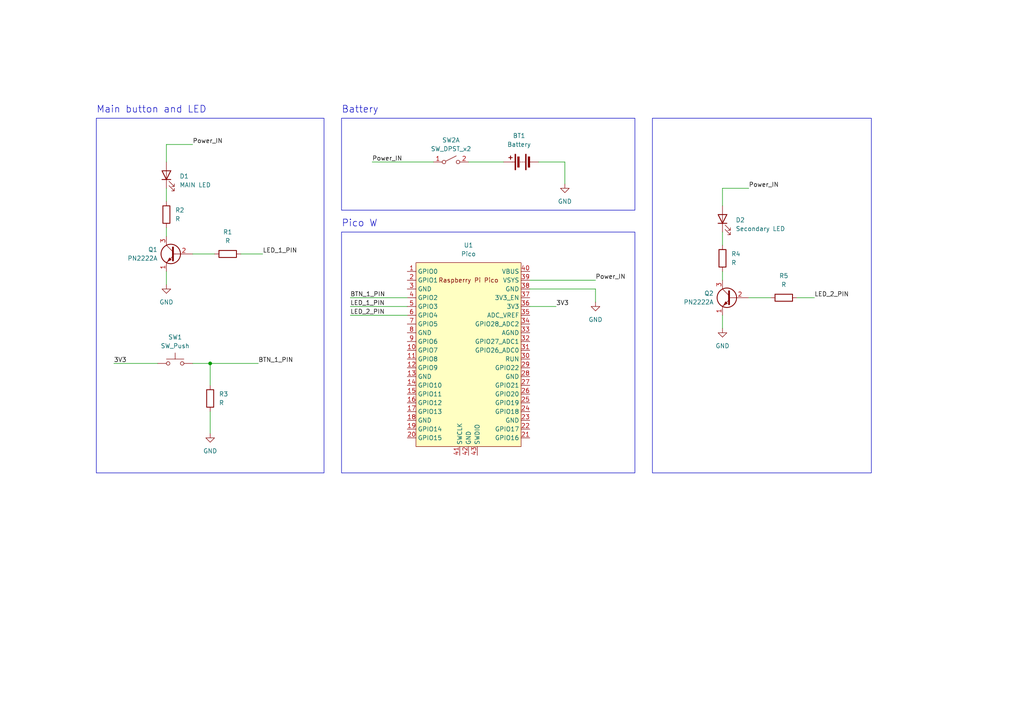
<source format=kicad_sch>
(kicad_sch (version 20230121) (generator eeschema)

  (uuid b20aba3d-07b7-486b-8580-c6ac2d345481)

  (paper "A4")

  (title_block
    (title "Game Client")
    (date "2023-12-18")
    (comment 1 "Tauno Erik")
  )

  (lib_symbols
    (symbol "Device:Battery" (pin_numbers hide) (pin_names (offset 0) hide) (in_bom yes) (on_board yes)
      (property "Reference" "BT" (at 2.54 2.54 0)
        (effects (font (size 1.27 1.27)) (justify left))
      )
      (property "Value" "Battery" (at 2.54 0 0)
        (effects (font (size 1.27 1.27)) (justify left))
      )
      (property "Footprint" "" (at 0 1.524 90)
        (effects (font (size 1.27 1.27)) hide)
      )
      (property "Datasheet" "~" (at 0 1.524 90)
        (effects (font (size 1.27 1.27)) hide)
      )
      (property "ki_keywords" "batt voltage-source cell" (at 0 0 0)
        (effects (font (size 1.27 1.27)) hide)
      )
      (property "ki_description" "Multiple-cell battery" (at 0 0 0)
        (effects (font (size 1.27 1.27)) hide)
      )
      (symbol "Battery_0_1"
        (rectangle (start -2.286 -1.27) (end 2.286 -1.524)
          (stroke (width 0) (type default))
          (fill (type outline))
        )
        (rectangle (start -2.286 1.778) (end 2.286 1.524)
          (stroke (width 0) (type default))
          (fill (type outline))
        )
        (rectangle (start -1.524 -2.032) (end 1.524 -2.54)
          (stroke (width 0) (type default))
          (fill (type outline))
        )
        (rectangle (start -1.524 1.016) (end 1.524 0.508)
          (stroke (width 0) (type default))
          (fill (type outline))
        )
        (polyline
          (pts
            (xy 0 -1.016)
            (xy 0 -0.762)
          )
          (stroke (width 0) (type default))
          (fill (type none))
        )
        (polyline
          (pts
            (xy 0 -0.508)
            (xy 0 -0.254)
          )
          (stroke (width 0) (type default))
          (fill (type none))
        )
        (polyline
          (pts
            (xy 0 0)
            (xy 0 0.254)
          )
          (stroke (width 0) (type default))
          (fill (type none))
        )
        (polyline
          (pts
            (xy 0 1.778)
            (xy 0 2.54)
          )
          (stroke (width 0) (type default))
          (fill (type none))
        )
        (polyline
          (pts
            (xy 0.762 3.048)
            (xy 1.778 3.048)
          )
          (stroke (width 0.254) (type default))
          (fill (type none))
        )
        (polyline
          (pts
            (xy 1.27 3.556)
            (xy 1.27 2.54)
          )
          (stroke (width 0.254) (type default))
          (fill (type none))
        )
      )
      (symbol "Battery_1_1"
        (pin passive line (at 0 5.08 270) (length 2.54)
          (name "+" (effects (font (size 1.27 1.27))))
          (number "1" (effects (font (size 1.27 1.27))))
        )
        (pin passive line (at 0 -5.08 90) (length 2.54)
          (name "-" (effects (font (size 1.27 1.27))))
          (number "2" (effects (font (size 1.27 1.27))))
        )
      )
    )
    (symbol "Device:LED" (pin_numbers hide) (pin_names (offset 1.016) hide) (in_bom yes) (on_board yes)
      (property "Reference" "D" (at 0 2.54 0)
        (effects (font (size 1.27 1.27)))
      )
      (property "Value" "LED" (at 0 -2.54 0)
        (effects (font (size 1.27 1.27)))
      )
      (property "Footprint" "" (at 0 0 0)
        (effects (font (size 1.27 1.27)) hide)
      )
      (property "Datasheet" "~" (at 0 0 0)
        (effects (font (size 1.27 1.27)) hide)
      )
      (property "ki_keywords" "LED diode" (at 0 0 0)
        (effects (font (size 1.27 1.27)) hide)
      )
      (property "ki_description" "Light emitting diode" (at 0 0 0)
        (effects (font (size 1.27 1.27)) hide)
      )
      (property "ki_fp_filters" "LED* LED_SMD:* LED_THT:*" (at 0 0 0)
        (effects (font (size 1.27 1.27)) hide)
      )
      (symbol "LED_0_1"
        (polyline
          (pts
            (xy -1.27 -1.27)
            (xy -1.27 1.27)
          )
          (stroke (width 0.254) (type default))
          (fill (type none))
        )
        (polyline
          (pts
            (xy -1.27 0)
            (xy 1.27 0)
          )
          (stroke (width 0) (type default))
          (fill (type none))
        )
        (polyline
          (pts
            (xy 1.27 -1.27)
            (xy 1.27 1.27)
            (xy -1.27 0)
            (xy 1.27 -1.27)
          )
          (stroke (width 0.254) (type default))
          (fill (type none))
        )
        (polyline
          (pts
            (xy -3.048 -0.762)
            (xy -4.572 -2.286)
            (xy -3.81 -2.286)
            (xy -4.572 -2.286)
            (xy -4.572 -1.524)
          )
          (stroke (width 0) (type default))
          (fill (type none))
        )
        (polyline
          (pts
            (xy -1.778 -0.762)
            (xy -3.302 -2.286)
            (xy -2.54 -2.286)
            (xy -3.302 -2.286)
            (xy -3.302 -1.524)
          )
          (stroke (width 0) (type default))
          (fill (type none))
        )
      )
      (symbol "LED_1_1"
        (pin passive line (at -3.81 0 0) (length 2.54)
          (name "K" (effects (font (size 1.27 1.27))))
          (number "1" (effects (font (size 1.27 1.27))))
        )
        (pin passive line (at 3.81 0 180) (length 2.54)
          (name "A" (effects (font (size 1.27 1.27))))
          (number "2" (effects (font (size 1.27 1.27))))
        )
      )
    )
    (symbol "Device:R" (pin_numbers hide) (pin_names (offset 0)) (in_bom yes) (on_board yes)
      (property "Reference" "R" (at 2.032 0 90)
        (effects (font (size 1.27 1.27)))
      )
      (property "Value" "R" (at 0 0 90)
        (effects (font (size 1.27 1.27)))
      )
      (property "Footprint" "" (at -1.778 0 90)
        (effects (font (size 1.27 1.27)) hide)
      )
      (property "Datasheet" "~" (at 0 0 0)
        (effects (font (size 1.27 1.27)) hide)
      )
      (property "ki_keywords" "R res resistor" (at 0 0 0)
        (effects (font (size 1.27 1.27)) hide)
      )
      (property "ki_description" "Resistor" (at 0 0 0)
        (effects (font (size 1.27 1.27)) hide)
      )
      (property "ki_fp_filters" "R_*" (at 0 0 0)
        (effects (font (size 1.27 1.27)) hide)
      )
      (symbol "R_0_1"
        (rectangle (start -1.016 -2.54) (end 1.016 2.54)
          (stroke (width 0.254) (type default))
          (fill (type none))
        )
      )
      (symbol "R_1_1"
        (pin passive line (at 0 3.81 270) (length 1.27)
          (name "~" (effects (font (size 1.27 1.27))))
          (number "1" (effects (font (size 1.27 1.27))))
        )
        (pin passive line (at 0 -3.81 90) (length 1.27)
          (name "~" (effects (font (size 1.27 1.27))))
          (number "2" (effects (font (size 1.27 1.27))))
        )
      )
    )
    (symbol "MCU_RaspberryPi_and_Boards:Pico" (in_bom yes) (on_board yes)
      (property "Reference" "U" (at -13.97 27.94 0)
        (effects (font (size 1.27 1.27)))
      )
      (property "Value" "Pico" (at 0 19.05 0)
        (effects (font (size 1.27 1.27)))
      )
      (property "Footprint" "RPi_Pico:RPi_Pico_SMD_TH" (at 0 0 90)
        (effects (font (size 1.27 1.27)) hide)
      )
      (property "Datasheet" "" (at 0 0 0)
        (effects (font (size 1.27 1.27)) hide)
      )
      (symbol "Pico_0_0"
        (text "Raspberry Pi Pico" (at 0 21.59 0)
          (effects (font (size 1.27 1.27)))
        )
      )
      (symbol "Pico_0_1"
        (rectangle (start -15.24 26.67) (end 15.24 -26.67)
          (stroke (width 0) (type default))
          (fill (type background))
        )
      )
      (symbol "Pico_1_1"
        (pin bidirectional line (at -17.78 24.13 0) (length 2.54)
          (name "GPIO0" (effects (font (size 1.27 1.27))))
          (number "1" (effects (font (size 1.27 1.27))))
        )
        (pin bidirectional line (at -17.78 1.27 0) (length 2.54)
          (name "GPIO7" (effects (font (size 1.27 1.27))))
          (number "10" (effects (font (size 1.27 1.27))))
        )
        (pin bidirectional line (at -17.78 -1.27 0) (length 2.54)
          (name "GPIO8" (effects (font (size 1.27 1.27))))
          (number "11" (effects (font (size 1.27 1.27))))
        )
        (pin bidirectional line (at -17.78 -3.81 0) (length 2.54)
          (name "GPIO9" (effects (font (size 1.27 1.27))))
          (number "12" (effects (font (size 1.27 1.27))))
        )
        (pin power_in line (at -17.78 -6.35 0) (length 2.54)
          (name "GND" (effects (font (size 1.27 1.27))))
          (number "13" (effects (font (size 1.27 1.27))))
        )
        (pin bidirectional line (at -17.78 -8.89 0) (length 2.54)
          (name "GPIO10" (effects (font (size 1.27 1.27))))
          (number "14" (effects (font (size 1.27 1.27))))
        )
        (pin bidirectional line (at -17.78 -11.43 0) (length 2.54)
          (name "GPIO11" (effects (font (size 1.27 1.27))))
          (number "15" (effects (font (size 1.27 1.27))))
        )
        (pin bidirectional line (at -17.78 -13.97 0) (length 2.54)
          (name "GPIO12" (effects (font (size 1.27 1.27))))
          (number "16" (effects (font (size 1.27 1.27))))
        )
        (pin bidirectional line (at -17.78 -16.51 0) (length 2.54)
          (name "GPIO13" (effects (font (size 1.27 1.27))))
          (number "17" (effects (font (size 1.27 1.27))))
        )
        (pin power_in line (at -17.78 -19.05 0) (length 2.54)
          (name "GND" (effects (font (size 1.27 1.27))))
          (number "18" (effects (font (size 1.27 1.27))))
        )
        (pin bidirectional line (at -17.78 -21.59 0) (length 2.54)
          (name "GPIO14" (effects (font (size 1.27 1.27))))
          (number "19" (effects (font (size 1.27 1.27))))
        )
        (pin bidirectional line (at -17.78 21.59 0) (length 2.54)
          (name "GPIO1" (effects (font (size 1.27 1.27))))
          (number "2" (effects (font (size 1.27 1.27))))
        )
        (pin bidirectional line (at -17.78 -24.13 0) (length 2.54)
          (name "GPIO15" (effects (font (size 1.27 1.27))))
          (number "20" (effects (font (size 1.27 1.27))))
        )
        (pin bidirectional line (at 17.78 -24.13 180) (length 2.54)
          (name "GPIO16" (effects (font (size 1.27 1.27))))
          (number "21" (effects (font (size 1.27 1.27))))
        )
        (pin bidirectional line (at 17.78 -21.59 180) (length 2.54)
          (name "GPIO17" (effects (font (size 1.27 1.27))))
          (number "22" (effects (font (size 1.27 1.27))))
        )
        (pin power_in line (at 17.78 -19.05 180) (length 2.54)
          (name "GND" (effects (font (size 1.27 1.27))))
          (number "23" (effects (font (size 1.27 1.27))))
        )
        (pin bidirectional line (at 17.78 -16.51 180) (length 2.54)
          (name "GPIO18" (effects (font (size 1.27 1.27))))
          (number "24" (effects (font (size 1.27 1.27))))
        )
        (pin bidirectional line (at 17.78 -13.97 180) (length 2.54)
          (name "GPIO19" (effects (font (size 1.27 1.27))))
          (number "25" (effects (font (size 1.27 1.27))))
        )
        (pin bidirectional line (at 17.78 -11.43 180) (length 2.54)
          (name "GPIO20" (effects (font (size 1.27 1.27))))
          (number "26" (effects (font (size 1.27 1.27))))
        )
        (pin bidirectional line (at 17.78 -8.89 180) (length 2.54)
          (name "GPIO21" (effects (font (size 1.27 1.27))))
          (number "27" (effects (font (size 1.27 1.27))))
        )
        (pin power_in line (at 17.78 -6.35 180) (length 2.54)
          (name "GND" (effects (font (size 1.27 1.27))))
          (number "28" (effects (font (size 1.27 1.27))))
        )
        (pin bidirectional line (at 17.78 -3.81 180) (length 2.54)
          (name "GPIO22" (effects (font (size 1.27 1.27))))
          (number "29" (effects (font (size 1.27 1.27))))
        )
        (pin power_in line (at -17.78 19.05 0) (length 2.54)
          (name "GND" (effects (font (size 1.27 1.27))))
          (number "3" (effects (font (size 1.27 1.27))))
        )
        (pin input line (at 17.78 -1.27 180) (length 2.54)
          (name "RUN" (effects (font (size 1.27 1.27))))
          (number "30" (effects (font (size 1.27 1.27))))
        )
        (pin bidirectional line (at 17.78 1.27 180) (length 2.54)
          (name "GPIO26_ADC0" (effects (font (size 1.27 1.27))))
          (number "31" (effects (font (size 1.27 1.27))))
        )
        (pin bidirectional line (at 17.78 3.81 180) (length 2.54)
          (name "GPIO27_ADC1" (effects (font (size 1.27 1.27))))
          (number "32" (effects (font (size 1.27 1.27))))
        )
        (pin power_in line (at 17.78 6.35 180) (length 2.54)
          (name "AGND" (effects (font (size 1.27 1.27))))
          (number "33" (effects (font (size 1.27 1.27))))
        )
        (pin bidirectional line (at 17.78 8.89 180) (length 2.54)
          (name "GPIO28_ADC2" (effects (font (size 1.27 1.27))))
          (number "34" (effects (font (size 1.27 1.27))))
        )
        (pin power_in line (at 17.78 11.43 180) (length 2.54)
          (name "ADC_VREF" (effects (font (size 1.27 1.27))))
          (number "35" (effects (font (size 1.27 1.27))))
        )
        (pin power_in line (at 17.78 13.97 180) (length 2.54)
          (name "3V3" (effects (font (size 1.27 1.27))))
          (number "36" (effects (font (size 1.27 1.27))))
        )
        (pin input line (at 17.78 16.51 180) (length 2.54)
          (name "3V3_EN" (effects (font (size 1.27 1.27))))
          (number "37" (effects (font (size 1.27 1.27))))
        )
        (pin bidirectional line (at 17.78 19.05 180) (length 2.54)
          (name "GND" (effects (font (size 1.27 1.27))))
          (number "38" (effects (font (size 1.27 1.27))))
        )
        (pin power_in line (at 17.78 21.59 180) (length 2.54)
          (name "VSYS" (effects (font (size 1.27 1.27))))
          (number "39" (effects (font (size 1.27 1.27))))
        )
        (pin bidirectional line (at -17.78 16.51 0) (length 2.54)
          (name "GPIO2" (effects (font (size 1.27 1.27))))
          (number "4" (effects (font (size 1.27 1.27))))
        )
        (pin power_in line (at 17.78 24.13 180) (length 2.54)
          (name "VBUS" (effects (font (size 1.27 1.27))))
          (number "40" (effects (font (size 1.27 1.27))))
        )
        (pin input line (at -2.54 -29.21 90) (length 2.54)
          (name "SWCLK" (effects (font (size 1.27 1.27))))
          (number "41" (effects (font (size 1.27 1.27))))
        )
        (pin power_in line (at 0 -29.21 90) (length 2.54)
          (name "GND" (effects (font (size 1.27 1.27))))
          (number "42" (effects (font (size 1.27 1.27))))
        )
        (pin bidirectional line (at 2.54 -29.21 90) (length 2.54)
          (name "SWDIO" (effects (font (size 1.27 1.27))))
          (number "43" (effects (font (size 1.27 1.27))))
        )
        (pin bidirectional line (at -17.78 13.97 0) (length 2.54)
          (name "GPIO3" (effects (font (size 1.27 1.27))))
          (number "5" (effects (font (size 1.27 1.27))))
        )
        (pin bidirectional line (at -17.78 11.43 0) (length 2.54)
          (name "GPIO4" (effects (font (size 1.27 1.27))))
          (number "6" (effects (font (size 1.27 1.27))))
        )
        (pin bidirectional line (at -17.78 8.89 0) (length 2.54)
          (name "GPIO5" (effects (font (size 1.27 1.27))))
          (number "7" (effects (font (size 1.27 1.27))))
        )
        (pin power_in line (at -17.78 6.35 0) (length 2.54)
          (name "GND" (effects (font (size 1.27 1.27))))
          (number "8" (effects (font (size 1.27 1.27))))
        )
        (pin bidirectional line (at -17.78 3.81 0) (length 2.54)
          (name "GPIO6" (effects (font (size 1.27 1.27))))
          (number "9" (effects (font (size 1.27 1.27))))
        )
      )
    )
    (symbol "Switch:SW_DPST_x2" (pin_names (offset 0) hide) (in_bom yes) (on_board yes)
      (property "Reference" "SW" (at 0 3.175 0)
        (effects (font (size 1.27 1.27)))
      )
      (property "Value" "SW_DPST_x2" (at 0 -2.54 0)
        (effects (font (size 1.27 1.27)))
      )
      (property "Footprint" "" (at 0 0 0)
        (effects (font (size 1.27 1.27)) hide)
      )
      (property "Datasheet" "~" (at 0 0 0)
        (effects (font (size 1.27 1.27)) hide)
      )
      (property "ki_keywords" "switch lever" (at 0 0 0)
        (effects (font (size 1.27 1.27)) hide)
      )
      (property "ki_description" "Single Pole Single Throw (SPST) switch, separate symbol" (at 0 0 0)
        (effects (font (size 1.27 1.27)) hide)
      )
      (symbol "SW_DPST_x2_0_0"
        (circle (center -2.032 0) (radius 0.508)
          (stroke (width 0) (type default))
          (fill (type none))
        )
        (polyline
          (pts
            (xy -1.524 0.254)
            (xy 1.524 1.778)
          )
          (stroke (width 0) (type default))
          (fill (type none))
        )
        (circle (center 2.032 0) (radius 0.508)
          (stroke (width 0) (type default))
          (fill (type none))
        )
      )
      (symbol "SW_DPST_x2_1_1"
        (pin passive line (at -5.08 0 0) (length 2.54)
          (name "A" (effects (font (size 1.27 1.27))))
          (number "1" (effects (font (size 1.27 1.27))))
        )
        (pin passive line (at 5.08 0 180) (length 2.54)
          (name "B" (effects (font (size 1.27 1.27))))
          (number "2" (effects (font (size 1.27 1.27))))
        )
      )
      (symbol "SW_DPST_x2_2_1"
        (pin passive line (at -5.08 0 0) (length 2.54)
          (name "A" (effects (font (size 1.27 1.27))))
          (number "3" (effects (font (size 1.27 1.27))))
        )
        (pin passive line (at 5.08 0 180) (length 2.54)
          (name "B" (effects (font (size 1.27 1.27))))
          (number "4" (effects (font (size 1.27 1.27))))
        )
      )
    )
    (symbol "Switch:SW_Push" (pin_numbers hide) (pin_names (offset 1.016) hide) (in_bom yes) (on_board yes)
      (property "Reference" "SW" (at 1.27 2.54 0)
        (effects (font (size 1.27 1.27)) (justify left))
      )
      (property "Value" "SW_Push" (at 0 -1.524 0)
        (effects (font (size 1.27 1.27)))
      )
      (property "Footprint" "" (at 0 5.08 0)
        (effects (font (size 1.27 1.27)) hide)
      )
      (property "Datasheet" "~" (at 0 5.08 0)
        (effects (font (size 1.27 1.27)) hide)
      )
      (property "ki_keywords" "switch normally-open pushbutton push-button" (at 0 0 0)
        (effects (font (size 1.27 1.27)) hide)
      )
      (property "ki_description" "Push button switch, generic, two pins" (at 0 0 0)
        (effects (font (size 1.27 1.27)) hide)
      )
      (symbol "SW_Push_0_1"
        (circle (center -2.032 0) (radius 0.508)
          (stroke (width 0) (type default))
          (fill (type none))
        )
        (polyline
          (pts
            (xy 0 1.27)
            (xy 0 3.048)
          )
          (stroke (width 0) (type default))
          (fill (type none))
        )
        (polyline
          (pts
            (xy 2.54 1.27)
            (xy -2.54 1.27)
          )
          (stroke (width 0) (type default))
          (fill (type none))
        )
        (circle (center 2.032 0) (radius 0.508)
          (stroke (width 0) (type default))
          (fill (type none))
        )
        (pin passive line (at -5.08 0 0) (length 2.54)
          (name "1" (effects (font (size 1.27 1.27))))
          (number "1" (effects (font (size 1.27 1.27))))
        )
        (pin passive line (at 5.08 0 180) (length 2.54)
          (name "2" (effects (font (size 1.27 1.27))))
          (number "2" (effects (font (size 1.27 1.27))))
        )
      )
    )
    (symbol "Transistor_BJT:PN2222A" (pin_names (offset 0) hide) (in_bom yes) (on_board yes)
      (property "Reference" "Q" (at 5.08 1.905 0)
        (effects (font (size 1.27 1.27)) (justify left))
      )
      (property "Value" "PN2222A" (at 5.08 0 0)
        (effects (font (size 1.27 1.27)) (justify left))
      )
      (property "Footprint" "Package_TO_SOT_THT:TO-92_Inline" (at 5.08 -1.905 0)
        (effects (font (size 1.27 1.27) italic) (justify left) hide)
      )
      (property "Datasheet" "https://www.onsemi.com/pub/Collateral/PN2222-D.PDF" (at 0 0 0)
        (effects (font (size 1.27 1.27)) (justify left) hide)
      )
      (property "ki_keywords" "NPN Transistor" (at 0 0 0)
        (effects (font (size 1.27 1.27)) hide)
      )
      (property "ki_description" "1A Ic, 40V Vce, NPN Transistor, General Purpose Transistor, TO-92" (at 0 0 0)
        (effects (font (size 1.27 1.27)) hide)
      )
      (property "ki_fp_filters" "TO?92*" (at 0 0 0)
        (effects (font (size 1.27 1.27)) hide)
      )
      (symbol "PN2222A_0_1"
        (polyline
          (pts
            (xy 0 0)
            (xy 0.635 0)
          )
          (stroke (width 0) (type default))
          (fill (type none))
        )
        (polyline
          (pts
            (xy 2.54 -2.54)
            (xy 0.635 -0.635)
          )
          (stroke (width 0) (type default))
          (fill (type none))
        )
        (polyline
          (pts
            (xy 2.54 2.54)
            (xy 0.635 0.635)
          )
          (stroke (width 0) (type default))
          (fill (type none))
        )
        (polyline
          (pts
            (xy 0.635 1.905)
            (xy 0.635 -1.905)
            (xy 0.635 -1.905)
          )
          (stroke (width 0.508) (type default))
          (fill (type none))
        )
        (polyline
          (pts
            (xy 2.413 -2.413)
            (xy 1.905 -1.905)
            (xy 1.905 -1.905)
          )
          (stroke (width 0) (type default))
          (fill (type none))
        )
        (polyline
          (pts
            (xy 1.143 -1.651)
            (xy 1.651 -1.143)
            (xy 2.159 -2.159)
            (xy 1.143 -1.651)
            (xy 1.143 -1.651)
          )
          (stroke (width 0) (type default))
          (fill (type outline))
        )
        (circle (center 1.27 0) (radius 2.8194)
          (stroke (width 0.254) (type default))
          (fill (type none))
        )
      )
      (symbol "PN2222A_1_1"
        (pin passive line (at 2.54 -5.08 90) (length 2.54)
          (name "E" (effects (font (size 1.27 1.27))))
          (number "1" (effects (font (size 1.27 1.27))))
        )
        (pin input line (at -5.08 0 0) (length 5.08)
          (name "B" (effects (font (size 1.27 1.27))))
          (number "2" (effects (font (size 1.27 1.27))))
        )
        (pin passive line (at 2.54 5.08 270) (length 2.54)
          (name "C" (effects (font (size 1.27 1.27))))
          (number "3" (effects (font (size 1.27 1.27))))
        )
      )
    )
    (symbol "power:GND" (power) (pin_names (offset 0)) (in_bom yes) (on_board yes)
      (property "Reference" "#PWR" (at 0 -6.35 0)
        (effects (font (size 1.27 1.27)) hide)
      )
      (property "Value" "GND" (at 0 -3.81 0)
        (effects (font (size 1.27 1.27)))
      )
      (property "Footprint" "" (at 0 0 0)
        (effects (font (size 1.27 1.27)) hide)
      )
      (property "Datasheet" "" (at 0 0 0)
        (effects (font (size 1.27 1.27)) hide)
      )
      (property "ki_keywords" "global power" (at 0 0 0)
        (effects (font (size 1.27 1.27)) hide)
      )
      (property "ki_description" "Power symbol creates a global label with name \"GND\" , ground" (at 0 0 0)
        (effects (font (size 1.27 1.27)) hide)
      )
      (symbol "GND_0_1"
        (polyline
          (pts
            (xy 0 0)
            (xy 0 -1.27)
            (xy 1.27 -1.27)
            (xy 0 -2.54)
            (xy -1.27 -1.27)
            (xy 0 -1.27)
          )
          (stroke (width 0) (type default))
          (fill (type none))
        )
      )
      (symbol "GND_1_1"
        (pin power_in line (at 0 0 270) (length 0) hide
          (name "GND" (effects (font (size 1.27 1.27))))
          (number "1" (effects (font (size 1.27 1.27))))
        )
      )
    )
  )

  (junction (at 60.96 105.41) (diameter 0) (color 0 0 0 0)
    (uuid 5a461719-0e63-40ca-b22a-70d75d2d8960)
  )

  (wire (pts (xy 153.67 81.28) (xy 172.72 81.28))
    (stroke (width 0) (type default))
    (uuid 02c644e4-ac66-4512-b911-7cdd7055df2e)
  )
  (wire (pts (xy 55.88 41.91) (xy 48.26 41.91))
    (stroke (width 0) (type default))
    (uuid 0502e95d-eb0b-4165-bb69-2dc35377ee97)
  )
  (wire (pts (xy 217.17 54.61) (xy 209.55 54.61))
    (stroke (width 0) (type default))
    (uuid 0b185c63-5c11-4f56-bbe2-5c2c029bf07d)
  )
  (wire (pts (xy 101.6 91.44) (xy 118.11 91.44))
    (stroke (width 0) (type default))
    (uuid 10a86dbb-2e48-4a3e-afc3-1936ffa8a8ed)
  )
  (wire (pts (xy 33.02 105.41) (xy 45.72 105.41))
    (stroke (width 0) (type default))
    (uuid 171e4d0b-2d84-4013-b37d-8b6aae2acab8)
  )
  (wire (pts (xy 217.17 86.36) (xy 223.52 86.36))
    (stroke (width 0) (type default))
    (uuid 258e14fb-916e-4ecb-881a-e74dcc3a370d)
  )
  (wire (pts (xy 69.85 73.66) (xy 76.2 73.66))
    (stroke (width 0) (type default))
    (uuid 2c3e8e73-c2e7-4136-8ff0-174b04f8314e)
  )
  (wire (pts (xy 209.55 78.74) (xy 209.55 81.28))
    (stroke (width 0) (type default))
    (uuid 3511f1f9-0046-458d-9800-5b653ed40709)
  )
  (wire (pts (xy 55.88 105.41) (xy 60.96 105.41))
    (stroke (width 0) (type default))
    (uuid 4377d55b-488e-4de6-b453-a8e9a76896a2)
  )
  (wire (pts (xy 48.26 41.91) (xy 48.26 46.99))
    (stroke (width 0) (type default))
    (uuid 4a8900c4-2b6b-461f-96fb-60c37b4ba4e8)
  )
  (wire (pts (xy 153.67 83.82) (xy 172.72 83.82))
    (stroke (width 0) (type default))
    (uuid 57caf54a-f38f-4b21-a1f7-71d6de15b0d8)
  )
  (wire (pts (xy 209.55 54.61) (xy 209.55 59.69))
    (stroke (width 0) (type default))
    (uuid 62eb698e-e421-48b5-8bd8-65793a76d906)
  )
  (wire (pts (xy 60.96 119.38) (xy 60.96 125.73))
    (stroke (width 0) (type default))
    (uuid 6a308f1b-48f7-4c3c-91ab-afc565ff257b)
  )
  (wire (pts (xy 172.72 83.82) (xy 172.72 87.63))
    (stroke (width 0) (type default))
    (uuid 74fe849e-2524-4cbf-bc88-9075c394f681)
  )
  (wire (pts (xy 153.67 88.9) (xy 161.29 88.9))
    (stroke (width 0) (type default))
    (uuid 818f8303-36c7-4530-a36a-0bd1402aa09d)
  )
  (wire (pts (xy 48.26 78.74) (xy 48.26 82.55))
    (stroke (width 0) (type default))
    (uuid 8381b3c3-e77d-4b48-ad99-5ef86dcf03d1)
  )
  (wire (pts (xy 231.14 86.36) (xy 236.22 86.36))
    (stroke (width 0) (type default))
    (uuid 873e0adb-7375-481e-b96e-1d4577fd84ee)
  )
  (wire (pts (xy 135.89 46.99) (xy 146.05 46.99))
    (stroke (width 0) (type default))
    (uuid 8819b544-6f91-4950-b389-95d33ebf0283)
  )
  (wire (pts (xy 55.88 73.66) (xy 62.23 73.66))
    (stroke (width 0) (type default))
    (uuid 8cefe7af-46ef-44a3-b5a1-758bd2cdabd4)
  )
  (wire (pts (xy 156.21 46.99) (xy 163.83 46.99))
    (stroke (width 0) (type default))
    (uuid 95ccdebd-c34f-405f-9170-ad0db4fe3a86)
  )
  (wire (pts (xy 48.26 66.04) (xy 48.26 68.58))
    (stroke (width 0) (type default))
    (uuid 988967d8-b2ca-4a93-9306-932eae818a19)
  )
  (wire (pts (xy 163.83 46.99) (xy 163.83 53.34))
    (stroke (width 0) (type default))
    (uuid 9a72757e-0226-4068-ba53-04598dcd3c22)
  )
  (wire (pts (xy 107.95 46.99) (xy 125.73 46.99))
    (stroke (width 0) (type default))
    (uuid a243b81a-a762-427c-9724-81841ad3a9b3)
  )
  (wire (pts (xy 60.96 105.41) (xy 74.93 105.41))
    (stroke (width 0) (type default))
    (uuid adf131b5-6ee2-497b-86f3-938822f15c0b)
  )
  (wire (pts (xy 60.96 105.41) (xy 60.96 111.76))
    (stroke (width 0) (type default))
    (uuid b15a51c2-21e6-4025-8325-66e1284faf63)
  )
  (wire (pts (xy 209.55 91.44) (xy 209.55 95.25))
    (stroke (width 0) (type default))
    (uuid b433fbb3-0ced-461b-aec1-5bcb0675badd)
  )
  (wire (pts (xy 48.26 54.61) (xy 48.26 58.42))
    (stroke (width 0) (type default))
    (uuid b78ae872-c648-4379-9c3c-c8b30a6e98e5)
  )
  (wire (pts (xy 209.55 67.31) (xy 209.55 71.12))
    (stroke (width 0) (type default))
    (uuid d59b67f3-025d-4a8a-969f-fdc9f09f4aea)
  )
  (wire (pts (xy 101.6 86.36) (xy 118.11 86.36))
    (stroke (width 0) (type default))
    (uuid de7ac5d7-fce0-49d6-b830-10ec06c3262d)
  )
  (wire (pts (xy 101.6 88.9) (xy 118.11 88.9))
    (stroke (width 0) (type default))
    (uuid ed3c0563-381d-4f1a-937d-f5118907ff98)
  )

  (rectangle (start 189.23 34.29) (end 252.73 137.16)
    (stroke (width 0) (type default))
    (fill (type none))
    (uuid 0666f68a-57b3-4996-9c01-6ee6f6be14da)
  )
  (rectangle (start 27.94 34.29) (end 93.98 137.16)
    (stroke (width 0) (type solid))
    (fill (type none))
    (uuid 3568b7c5-b3ba-4df0-98ba-2486cc4c8641)
  )
  (rectangle (start 99.06 67.31) (end 184.15 137.16)
    (stroke (width 0) (type solid))
    (fill (type none))
    (uuid 778ab2e2-5f17-4d93-a192-0deb28c1e628)
  )
  (rectangle (start 99.06 34.29) (end 184.15 60.96)
    (stroke (width 0) (type default))
    (fill (type none))
    (uuid da6bb2a4-37be-49b0-94b4-acf7593cf949)
  )

  (text "Main button and LED" (at 27.94 33.02 0)
    (effects (font (size 2 2)) (justify left bottom))
    (uuid 44f9a8a4-2055-4f6e-83b4-115b262af85e)
  )
  (text "Pico W" (at 99.06 66.04 0)
    (effects (font (size 2 2)) (justify left bottom))
    (uuid dcaa1b83-f644-4962-9dc7-aab558b356cd)
  )
  (text "Battery" (at 99.06 33.02 0)
    (effects (font (size 2 2)) (justify left bottom))
    (uuid fc5db6f7-90ac-4cec-930a-a8003e5ebcf8)
  )

  (label "Power_IN" (at 217.17 54.61 0) (fields_autoplaced)
    (effects (font (size 1.27 1.27)) (justify left bottom))
    (uuid 051fbba4-3e29-4695-83a0-c223aac437a2)
  )
  (label "Power_IN" (at 172.72 81.28 0) (fields_autoplaced)
    (effects (font (size 1.27 1.27)) (justify left bottom))
    (uuid 0d918014-e2ea-4806-823a-39ce704d4628)
  )
  (label "BTN_1_PIN" (at 101.6 86.36 0) (fields_autoplaced)
    (effects (font (size 1.27 1.27)) (justify left bottom))
    (uuid 1b8a905c-0a57-4318-bdf5-ba2bafa8b1f1)
  )
  (label "3V3" (at 161.29 88.9 0) (fields_autoplaced)
    (effects (font (size 1.27 1.27)) (justify left bottom))
    (uuid 39f90a54-be90-4f19-b68f-9aca93a809b5)
  )
  (label "Power_IN" (at 107.95 46.99 0) (fields_autoplaced)
    (effects (font (size 1.27 1.27)) (justify left bottom))
    (uuid 40727faf-fdfd-400b-bcb7-e387498ac2aa)
  )
  (label "LED_1_PIN" (at 101.6 88.9 0) (fields_autoplaced)
    (effects (font (size 1.27 1.27)) (justify left bottom))
    (uuid 7ee36a2c-6612-4c2b-a24f-a9d53566937e)
  )
  (label "3V3" (at 33.02 105.41 0) (fields_autoplaced)
    (effects (font (size 1.27 1.27)) (justify left bottom))
    (uuid 85b57f37-d4e1-48ac-a192-4f29652e5437)
  )
  (label "LED_1_PIN" (at 76.2 73.66 0) (fields_autoplaced)
    (effects (font (size 1.27 1.27)) (justify left bottom))
    (uuid 8d2ab530-edb4-43ce-a45a-c975dae577d7)
  )
  (label "Power_IN" (at 55.88 41.91 0) (fields_autoplaced)
    (effects (font (size 1.27 1.27)) (justify left bottom))
    (uuid c1de5b81-29dd-488b-8756-f8686478d62a)
  )
  (label "BTN_1_PIN" (at 74.93 105.41 0) (fields_autoplaced)
    (effects (font (size 1.27 1.27)) (justify left bottom))
    (uuid deca8501-b712-4c9b-8ddb-ef633be94814)
  )
  (label "LED_2_PIN" (at 236.22 86.36 0) (fields_autoplaced)
    (effects (font (size 1.27 1.27)) (justify left bottom))
    (uuid ee3e0741-4814-4435-b6ba-d52d649d6857)
  )
  (label "LED_2_PIN" (at 101.6 91.44 0) (fields_autoplaced)
    (effects (font (size 1.27 1.27)) (justify left bottom))
    (uuid f76488ac-bccf-4e6d-89a6-9b3d103657cd)
  )

  (symbol (lib_id "Device:R") (at 209.55 74.93 0) (unit 1)
    (in_bom yes) (on_board yes) (dnp no) (fields_autoplaced)
    (uuid 0d7afb35-fa83-425a-aa31-4d87a3440358)
    (property "Reference" "R4" (at 212.09 73.66 0)
      (effects (font (size 1.27 1.27)) (justify left))
    )
    (property "Value" "R" (at 212.09 76.2 0)
      (effects (font (size 1.27 1.27)) (justify left))
    )
    (property "Footprint" "" (at 207.772 74.93 90)
      (effects (font (size 1.27 1.27)) hide)
    )
    (property "Datasheet" "~" (at 209.55 74.93 0)
      (effects (font (size 1.27 1.27)) hide)
    )
    (pin "1" (uuid 10dac53c-a140-4431-b3ff-c5dbd8b9ea7e))
    (pin "2" (uuid e45f1511-9704-495a-b8fa-e17b608aaaf0))
    (instances
      (project "Buzzer-Client"
        (path "/b20aba3d-07b7-486b-8580-c6ac2d345481"
          (reference "R4") (unit 1)
        )
      )
    )
  )

  (symbol (lib_id "power:GND") (at 163.83 53.34 0) (unit 1)
    (in_bom yes) (on_board yes) (dnp no) (fields_autoplaced)
    (uuid 0e5072ca-2027-4cd6-987d-35f7bdf5eb74)
    (property "Reference" "#PWR03" (at 163.83 59.69 0)
      (effects (font (size 1.27 1.27)) hide)
    )
    (property "Value" "GND" (at 163.83 58.42 0)
      (effects (font (size 1.27 1.27)))
    )
    (property "Footprint" "" (at 163.83 53.34 0)
      (effects (font (size 1.27 1.27)) hide)
    )
    (property "Datasheet" "" (at 163.83 53.34 0)
      (effects (font (size 1.27 1.27)) hide)
    )
    (pin "1" (uuid 16136570-68fd-4ae9-851e-8a9f4cfb5f43))
    (instances
      (project "Buzzer-Client"
        (path "/b20aba3d-07b7-486b-8580-c6ac2d345481"
          (reference "#PWR03") (unit 1)
        )
      )
    )
  )

  (symbol (lib_id "power:GND") (at 60.96 125.73 0) (unit 1)
    (in_bom yes) (on_board yes) (dnp no) (fields_autoplaced)
    (uuid 1f6a10db-bce2-43a3-8dc1-9761bd219b8c)
    (property "Reference" "#PWR04" (at 60.96 132.08 0)
      (effects (font (size 1.27 1.27)) hide)
    )
    (property "Value" "GND" (at 60.96 130.81 0)
      (effects (font (size 1.27 1.27)))
    )
    (property "Footprint" "" (at 60.96 125.73 0)
      (effects (font (size 1.27 1.27)) hide)
    )
    (property "Datasheet" "" (at 60.96 125.73 0)
      (effects (font (size 1.27 1.27)) hide)
    )
    (pin "1" (uuid b3a4775c-bd6a-4ca3-8c74-4d7ae66ae6c8))
    (instances
      (project "Buzzer-Client"
        (path "/b20aba3d-07b7-486b-8580-c6ac2d345481"
          (reference "#PWR04") (unit 1)
        )
      )
    )
  )

  (symbol (lib_id "Device:R") (at 48.26 62.23 0) (unit 1)
    (in_bom yes) (on_board yes) (dnp no) (fields_autoplaced)
    (uuid 2ed39ce5-8ef2-44e4-9d2b-7adaacf50650)
    (property "Reference" "R2" (at 50.8 60.96 0)
      (effects (font (size 1.27 1.27)) (justify left))
    )
    (property "Value" "R" (at 50.8 63.5 0)
      (effects (font (size 1.27 1.27)) (justify left))
    )
    (property "Footprint" "" (at 46.482 62.23 90)
      (effects (font (size 1.27 1.27)) hide)
    )
    (property "Datasheet" "~" (at 48.26 62.23 0)
      (effects (font (size 1.27 1.27)) hide)
    )
    (pin "1" (uuid c26e8453-1d5c-4f24-aa9f-269c7b00e413))
    (pin "2" (uuid ac346409-df08-4993-8b2c-4b8946514b05))
    (instances
      (project "Buzzer-Client"
        (path "/b20aba3d-07b7-486b-8580-c6ac2d345481"
          (reference "R2") (unit 1)
        )
      )
    )
  )

  (symbol (lib_id "MCU_RaspberryPi_and_Boards:Pico") (at 135.89 102.87 0) (unit 1)
    (in_bom yes) (on_board yes) (dnp no) (fields_autoplaced)
    (uuid 49206f50-0771-42f0-b89a-28556a1e281d)
    (property "Reference" "U1" (at 135.89 71.12 0)
      (effects (font (size 1.27 1.27)))
    )
    (property "Value" "Pico" (at 135.89 73.66 0)
      (effects (font (size 1.27 1.27)))
    )
    (property "Footprint" "RPi_Pico:RPi_Pico_SMD_TH" (at 135.89 102.87 90)
      (effects (font (size 1.27 1.27)) hide)
    )
    (property "Datasheet" "" (at 135.89 102.87 0)
      (effects (font (size 1.27 1.27)) hide)
    )
    (pin "33" (uuid 47f971dd-b175-4477-b2c9-bd52095ca545))
    (pin "9" (uuid 8418f4c0-9797-45d5-80ad-12f11c3b614f))
    (pin "28" (uuid c7ed7ea8-8a29-4889-8e94-171838eacb15))
    (pin "31" (uuid 39391406-cd7b-49c7-98cd-c3edbee68eeb))
    (pin "3" (uuid a2bdf30e-ed96-4d0c-89d0-bfcb5e800e4e))
    (pin "10" (uuid eb159c66-a73b-4cd0-847c-59da37709ea4))
    (pin "35" (uuid 8a03b34a-b6fb-4be9-bf98-1bb746d19bf5))
    (pin "37" (uuid 4e87e02f-ef42-4ed1-84f9-284ed4438e91))
    (pin "20" (uuid a208b863-bdc6-44d3-a345-b2d45d3e6d41))
    (pin "14" (uuid 9e18693f-8953-44f9-b66d-91c02eda227d))
    (pin "2" (uuid 59088b68-3fa1-4fb8-a2ab-0ed66366f250))
    (pin "36" (uuid 5a4424b0-ee2f-4b4b-8829-f242e3995819))
    (pin "5" (uuid 0d7336c3-d8f8-48fe-a44b-d86c603ffb48))
    (pin "26" (uuid 4cf1565e-7e7d-4063-baf0-b07cedda72c3))
    (pin "24" (uuid 382ae016-d2b7-405d-b24a-d7dda7efbafd))
    (pin "34" (uuid 85c420e1-bed9-4245-903f-6d72876e6ee9))
    (pin "16" (uuid 8abe7c5c-3f7f-49f3-8d34-f9a1dd021cef))
    (pin "17" (uuid 45a02a36-81c3-4793-9a54-84c21d379ad4))
    (pin "15" (uuid fee76a8c-7d38-4856-b80b-2f464d05cd5b))
    (pin "25" (uuid ac7d46a1-8478-41a7-ba68-e3c9bcfbfdcc))
    (pin "4" (uuid 0489d450-10bb-47de-8780-2ae0fd75b06b))
    (pin "38" (uuid 16d6e63f-e8d8-4851-a047-6b7319aad465))
    (pin "13" (uuid ed8a3cd7-1fc8-4438-be5e-617ab4e22697))
    (pin "43" (uuid eb0e75ab-4864-48ac-a604-268e51551995))
    (pin "27" (uuid 94b80067-b42a-4751-a014-e8a335ad0cd2))
    (pin "6" (uuid b4babc99-0ab9-425e-b9d5-f3ff4b927139))
    (pin "18" (uuid 3eda4e97-3cd7-41a8-8650-c76ea2df2a5d))
    (pin "22" (uuid 7c07964f-ec47-449a-8041-8f051055f39f))
    (pin "40" (uuid 7a8bf835-ed29-4adf-99d0-5fcb071e7550))
    (pin "42" (uuid ba9b0d63-6141-4712-bb32-bff4a7aca154))
    (pin "19" (uuid 09beba63-813a-48b5-a222-77005a05c6ba))
    (pin "1" (uuid 1fd8b9fe-407c-48b3-982b-6568e457e565))
    (pin "11" (uuid 54068f2f-5fac-41fc-990b-24b98f514bc2))
    (pin "21" (uuid be63da0b-3ee7-4a39-b5cd-831e3bded8b9))
    (pin "39" (uuid 67eab15f-9f17-4d59-a368-73101ea8c927))
    (pin "7" (uuid 6103a0db-3588-426f-8948-000168f19a86))
    (pin "32" (uuid 9a3265ba-a231-4ef9-8c21-40d2cd80dc1d))
    (pin "41" (uuid 9c536cfc-b35b-4727-9871-0dd76b830749))
    (pin "29" (uuid 11d9f810-50f9-41d2-b5e4-d8b8117eebab))
    (pin "8" (uuid 2cee7e89-0af0-4b4e-b253-77043609adb3))
    (pin "30" (uuid 94e151b1-59fa-4dd3-97e6-4601b9fa76b0))
    (pin "12" (uuid 8712264c-238c-4291-b00a-c2725805b79d))
    (pin "23" (uuid db9454bf-0055-4e49-a5bd-43ae67e7261c))
    (instances
      (project "Buzzer-Client"
        (path "/b20aba3d-07b7-486b-8580-c6ac2d345481"
          (reference "U1") (unit 1)
        )
      )
    )
  )

  (symbol (lib_id "Device:R") (at 66.04 73.66 270) (unit 1)
    (in_bom yes) (on_board yes) (dnp no) (fields_autoplaced)
    (uuid 50dee34e-47be-4e2c-a4b2-b36ef155a6d8)
    (property "Reference" "R1" (at 66.04 67.31 90)
      (effects (font (size 1.27 1.27)))
    )
    (property "Value" "R" (at 66.04 69.85 90)
      (effects (font (size 1.27 1.27)))
    )
    (property "Footprint" "" (at 66.04 71.882 90)
      (effects (font (size 1.27 1.27)) hide)
    )
    (property "Datasheet" "~" (at 66.04 73.66 0)
      (effects (font (size 1.27 1.27)) hide)
    )
    (pin "1" (uuid fa85c6e8-1341-428e-98d0-8b369abe72ff))
    (pin "2" (uuid 7042d672-8f0d-4aa4-a894-a3b1c31e08ae))
    (instances
      (project "Buzzer-Client"
        (path "/b20aba3d-07b7-486b-8580-c6ac2d345481"
          (reference "R1") (unit 1)
        )
      )
    )
  )

  (symbol (lib_id "power:GND") (at 172.72 87.63 0) (unit 1)
    (in_bom yes) (on_board yes) (dnp no) (fields_autoplaced)
    (uuid 528bfd72-0daf-4ef4-b1cc-d1f6b88e085c)
    (property "Reference" "#PWR02" (at 172.72 93.98 0)
      (effects (font (size 1.27 1.27)) hide)
    )
    (property "Value" "GND" (at 172.72 92.71 0)
      (effects (font (size 1.27 1.27)))
    )
    (property "Footprint" "" (at 172.72 87.63 0)
      (effects (font (size 1.27 1.27)) hide)
    )
    (property "Datasheet" "" (at 172.72 87.63 0)
      (effects (font (size 1.27 1.27)) hide)
    )
    (pin "1" (uuid f12590c1-ee51-499e-b1d7-e3acc2637f17))
    (instances
      (project "Buzzer-Client"
        (path "/b20aba3d-07b7-486b-8580-c6ac2d345481"
          (reference "#PWR02") (unit 1)
        )
      )
    )
  )

  (symbol (lib_id "Device:R") (at 60.96 115.57 0) (unit 1)
    (in_bom yes) (on_board yes) (dnp no) (fields_autoplaced)
    (uuid 5c24d9ff-1d03-4c30-88d7-f9961649e6ec)
    (property "Reference" "R3" (at 63.5 114.3 0)
      (effects (font (size 1.27 1.27)) (justify left))
    )
    (property "Value" "R" (at 63.5 116.84 0)
      (effects (font (size 1.27 1.27)) (justify left))
    )
    (property "Footprint" "" (at 59.182 115.57 90)
      (effects (font (size 1.27 1.27)) hide)
    )
    (property "Datasheet" "~" (at 60.96 115.57 0)
      (effects (font (size 1.27 1.27)) hide)
    )
    (pin "1" (uuid 785e9fa9-94dc-483b-8f2a-ee5928d29339))
    (pin "2" (uuid 7bcc6b74-4a81-47a1-9088-cdc57cf49795))
    (instances
      (project "Buzzer-Client"
        (path "/b20aba3d-07b7-486b-8580-c6ac2d345481"
          (reference "R3") (unit 1)
        )
      )
    )
  )

  (symbol (lib_id "Transistor_BJT:PN2222A") (at 50.8 73.66 0) (mirror y) (unit 1)
    (in_bom yes) (on_board yes) (dnp no)
    (uuid 5defdd25-8796-4ff7-a23c-6108e2fc20d1)
    (property "Reference" "Q1" (at 45.72 72.39 0)
      (effects (font (size 1.27 1.27)) (justify left))
    )
    (property "Value" "PN2222A" (at 45.72 74.93 0)
      (effects (font (size 1.27 1.27)) (justify left))
    )
    (property "Footprint" "Package_TO_SOT_THT:TO-92_Inline" (at 45.72 75.565 0)
      (effects (font (size 1.27 1.27) italic) (justify left) hide)
    )
    (property "Datasheet" "https://www.onsemi.com/pub/Collateral/PN2222-D.PDF" (at 50.8 73.66 0)
      (effects (font (size 1.27 1.27)) (justify left) hide)
    )
    (pin "1" (uuid 02c691a2-8d3b-414b-8bec-b5c33edecac8))
    (pin "3" (uuid 2228a7d0-c624-4185-b7c9-cd7dc502c919))
    (pin "2" (uuid 18a543d4-bab0-4f08-b689-8eeb4d08ca85))
    (instances
      (project "Buzzer-Client"
        (path "/b20aba3d-07b7-486b-8580-c6ac2d345481"
          (reference "Q1") (unit 1)
        )
      )
    )
  )

  (symbol (lib_id "Device:Battery") (at 151.13 46.99 90) (unit 1)
    (in_bom yes) (on_board yes) (dnp no) (fields_autoplaced)
    (uuid 7f572645-3cfd-4bf1-bece-9e51607280c4)
    (property "Reference" "BT1" (at 150.5585 39.37 90)
      (effects (font (size 1.27 1.27)))
    )
    (property "Value" "Battery" (at 150.5585 41.91 90)
      (effects (font (size 1.27 1.27)))
    )
    (property "Footprint" "" (at 149.606 46.99 90)
      (effects (font (size 1.27 1.27)) hide)
    )
    (property "Datasheet" "~" (at 149.606 46.99 90)
      (effects (font (size 1.27 1.27)) hide)
    )
    (pin "1" (uuid b605fad9-b3e5-4fea-8301-eb81187c7f0d))
    (pin "2" (uuid 708391a7-64b6-46f2-940f-927e8e0e6ab4))
    (instances
      (project "Buzzer-Client"
        (path "/b20aba3d-07b7-486b-8580-c6ac2d345481"
          (reference "BT1") (unit 1)
        )
      )
    )
  )

  (symbol (lib_id "Transistor_BJT:PN2222A") (at 212.09 86.36 0) (mirror y) (unit 1)
    (in_bom yes) (on_board yes) (dnp no)
    (uuid 861f58a1-a0b2-480c-9d8e-0b2eb56d3711)
    (property "Reference" "Q2" (at 207.01 85.09 0)
      (effects (font (size 1.27 1.27)) (justify left))
    )
    (property "Value" "PN2222A" (at 207.01 87.63 0)
      (effects (font (size 1.27 1.27)) (justify left))
    )
    (property "Footprint" "Package_TO_SOT_THT:TO-92_Inline" (at 207.01 88.265 0)
      (effects (font (size 1.27 1.27) italic) (justify left) hide)
    )
    (property "Datasheet" "https://www.onsemi.com/pub/Collateral/PN2222-D.PDF" (at 212.09 86.36 0)
      (effects (font (size 1.27 1.27)) (justify left) hide)
    )
    (pin "1" (uuid fcf41e2e-f32c-40b4-a404-9a7dd1236ff5))
    (pin "3" (uuid 62fb745d-54b0-4a9f-96b6-f68b8b3b1586))
    (pin "2" (uuid 3a6f2be2-a8a8-443b-80a3-f4425b35ea83))
    (instances
      (project "Buzzer-Client"
        (path "/b20aba3d-07b7-486b-8580-c6ac2d345481"
          (reference "Q2") (unit 1)
        )
      )
    )
  )

  (symbol (lib_id "Device:R") (at 227.33 86.36 270) (unit 1)
    (in_bom yes) (on_board yes) (dnp no) (fields_autoplaced)
    (uuid 8f2d86f2-e968-4309-b7df-451a10046867)
    (property "Reference" "R5" (at 227.33 80.01 90)
      (effects (font (size 1.27 1.27)))
    )
    (property "Value" "R" (at 227.33 82.55 90)
      (effects (font (size 1.27 1.27)))
    )
    (property "Footprint" "" (at 227.33 84.582 90)
      (effects (font (size 1.27 1.27)) hide)
    )
    (property "Datasheet" "~" (at 227.33 86.36 0)
      (effects (font (size 1.27 1.27)) hide)
    )
    (pin "1" (uuid 221a73f0-27a8-4304-b55f-d0766d011724))
    (pin "2" (uuid e34e724f-66fd-4cb5-ac98-74a6942b3999))
    (instances
      (project "Buzzer-Client"
        (path "/b20aba3d-07b7-486b-8580-c6ac2d345481"
          (reference "R5") (unit 1)
        )
      )
    )
  )

  (symbol (lib_id "Switch:SW_DPST_x2") (at 130.81 46.99 0) (unit 1)
    (in_bom yes) (on_board yes) (dnp no) (fields_autoplaced)
    (uuid ac9038f3-612b-4d77-a301-2e42cc77a61d)
    (property "Reference" "SW2" (at 130.81 40.64 0)
      (effects (font (size 1.27 1.27)))
    )
    (property "Value" "SW_DPST_x2" (at 130.81 43.18 0)
      (effects (font (size 1.27 1.27)))
    )
    (property "Footprint" "" (at 130.81 46.99 0)
      (effects (font (size 1.27 1.27)) hide)
    )
    (property "Datasheet" "~" (at 130.81 46.99 0)
      (effects (font (size 1.27 1.27)) hide)
    )
    (pin "4" (uuid 8d1f80f8-5049-488d-ab29-723124b40bb7))
    (pin "2" (uuid b2795acd-1bdc-4f48-8015-01349f3432c2))
    (pin "3" (uuid 788c9078-eaac-4ce9-a1d2-c0149b7b828b))
    (pin "1" (uuid cebdc0b0-c2ef-43fe-96ee-3194412c6dd5))
    (instances
      (project "Buzzer-Client"
        (path "/b20aba3d-07b7-486b-8580-c6ac2d345481"
          (reference "SW2") (unit 1)
        )
      )
    )
  )

  (symbol (lib_id "power:GND") (at 209.55 95.25 0) (unit 1)
    (in_bom yes) (on_board yes) (dnp no) (fields_autoplaced)
    (uuid ad368400-21c6-4eda-92a2-a383c5caa581)
    (property "Reference" "#PWR05" (at 209.55 101.6 0)
      (effects (font (size 1.27 1.27)) hide)
    )
    (property "Value" "GND" (at 209.55 100.33 0)
      (effects (font (size 1.27 1.27)))
    )
    (property "Footprint" "" (at 209.55 95.25 0)
      (effects (font (size 1.27 1.27)) hide)
    )
    (property "Datasheet" "" (at 209.55 95.25 0)
      (effects (font (size 1.27 1.27)) hide)
    )
    (pin "1" (uuid 9feb8237-445a-42f5-8bf0-5542f78deb31))
    (instances
      (project "Buzzer-Client"
        (path "/b20aba3d-07b7-486b-8580-c6ac2d345481"
          (reference "#PWR05") (unit 1)
        )
      )
    )
  )

  (symbol (lib_id "Device:LED") (at 209.55 63.5 90) (unit 1)
    (in_bom yes) (on_board yes) (dnp no) (fields_autoplaced)
    (uuid b4d0709e-cfb3-4419-8f65-6bb81ae6940d)
    (property "Reference" "D2" (at 213.36 63.8175 90)
      (effects (font (size 1.27 1.27)) (justify right))
    )
    (property "Value" "Secondary LED" (at 213.36 66.3575 90)
      (effects (font (size 1.27 1.27)) (justify right))
    )
    (property "Footprint" "" (at 209.55 63.5 0)
      (effects (font (size 1.27 1.27)) hide)
    )
    (property "Datasheet" "~" (at 209.55 63.5 0)
      (effects (font (size 1.27 1.27)) hide)
    )
    (pin "1" (uuid acc5b902-f7b2-49b3-8700-15ddc5b7cf23))
    (pin "2" (uuid 5ab44b00-035a-4635-9e1b-440a1c70293e))
    (instances
      (project "Buzzer-Client"
        (path "/b20aba3d-07b7-486b-8580-c6ac2d345481"
          (reference "D2") (unit 1)
        )
      )
    )
  )

  (symbol (lib_id "power:GND") (at 48.26 82.55 0) (unit 1)
    (in_bom yes) (on_board yes) (dnp no) (fields_autoplaced)
    (uuid d7d6c621-1792-4d0c-9947-d067d422a2f7)
    (property "Reference" "#PWR01" (at 48.26 88.9 0)
      (effects (font (size 1.27 1.27)) hide)
    )
    (property "Value" "GND" (at 48.26 87.63 0)
      (effects (font (size 1.27 1.27)))
    )
    (property "Footprint" "" (at 48.26 82.55 0)
      (effects (font (size 1.27 1.27)) hide)
    )
    (property "Datasheet" "" (at 48.26 82.55 0)
      (effects (font (size 1.27 1.27)) hide)
    )
    (pin "1" (uuid 548f0a97-0e21-4b18-92f9-b01057e6f60b))
    (instances
      (project "Buzzer-Client"
        (path "/b20aba3d-07b7-486b-8580-c6ac2d345481"
          (reference "#PWR01") (unit 1)
        )
      )
    )
  )

  (symbol (lib_id "Switch:SW_Push") (at 50.8 105.41 0) (unit 1)
    (in_bom yes) (on_board yes) (dnp no) (fields_autoplaced)
    (uuid e61ea89f-63ac-45f9-b283-f68252d2daa6)
    (property "Reference" "SW1" (at 50.8 97.79 0)
      (effects (font (size 1.27 1.27)))
    )
    (property "Value" "SW_Push" (at 50.8 100.33 0)
      (effects (font (size 1.27 1.27)))
    )
    (property "Footprint" "" (at 50.8 100.33 0)
      (effects (font (size 1.27 1.27)) hide)
    )
    (property "Datasheet" "~" (at 50.8 100.33 0)
      (effects (font (size 1.27 1.27)) hide)
    )
    (pin "2" (uuid 39a8c737-ab65-46f7-a477-5ab34fa8925d))
    (pin "1" (uuid f6b0f7e4-d45b-44ca-b592-e928cb6d876e))
    (instances
      (project "Buzzer-Client"
        (path "/b20aba3d-07b7-486b-8580-c6ac2d345481"
          (reference "SW1") (unit 1)
        )
      )
    )
  )

  (symbol (lib_id "Device:LED") (at 48.26 50.8 90) (unit 1)
    (in_bom yes) (on_board yes) (dnp no) (fields_autoplaced)
    (uuid f5b4647f-3851-463d-8710-4ad56420f67d)
    (property "Reference" "D1" (at 52.07 51.1175 90)
      (effects (font (size 1.27 1.27)) (justify right))
    )
    (property "Value" "MAIN LED" (at 52.07 53.6575 90)
      (effects (font (size 1.27 1.27)) (justify right))
    )
    (property "Footprint" "" (at 48.26 50.8 0)
      (effects (font (size 1.27 1.27)) hide)
    )
    (property "Datasheet" "~" (at 48.26 50.8 0)
      (effects (font (size 1.27 1.27)) hide)
    )
    (pin "1" (uuid e8e2d0d9-3405-4067-b1f5-0b18afb9f13e))
    (pin "2" (uuid 5d7badd4-b981-4813-8031-a486c6b8bd79))
    (instances
      (project "Buzzer-Client"
        (path "/b20aba3d-07b7-486b-8580-c6ac2d345481"
          (reference "D1") (unit 1)
        )
      )
    )
  )

  (sheet_instances
    (path "/" (page "1"))
  )
)

</source>
